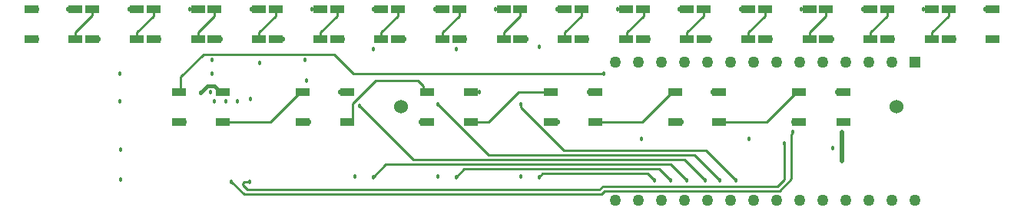
<source format=gbr>
%TF.GenerationSoftware,Altium Limited,Altium Designer,20.0.11 (256)*%
G04 Layer_Physical_Order=4*
G04 Layer_Color=16711680*
%FSLAX26Y26*%
%MOIN*%
%TF.FileFunction,Copper,L4,Bot,Signal*%
%TF.Part,Single*%
G01*
G75*
%TA.AperFunction,Conductor*%
%ADD21C,0.020000*%
%ADD22C,0.010000*%
%ADD23C,0.016000*%
%TA.AperFunction,ViaPad*%
%ADD26C,0.060000*%
%TA.AperFunction,ComponentPad*%
%ADD27R,0.050000X0.050000*%
%ADD28C,0.050000*%
%TA.AperFunction,ViaPad*%
%ADD29C,0.018000*%
%TA.AperFunction,SMDPad,CuDef*%
%ADD36R,0.059055X0.035433*%
%TA.AperFunction,ConnectorPad*%
%ADD37R,0.059055X0.035433*%
D21*
X7845000Y1220000D02*
Y1345000D01*
D22*
X4519882Y1750039D02*
Y1779882D01*
X4592301Y1852301D02*
Y1879961D01*
X4519882Y1779882D02*
X4592301Y1852301D01*
X5820000Y1570000D02*
X6005000D01*
X6040897Y1519961D02*
X6043598D01*
X6028181Y1532677D02*
X6040897Y1519961D01*
X6005000Y1570000D02*
X6028181Y1546819D01*
Y1532677D02*
Y1546819D01*
X5720000Y1402756D02*
Y1470000D01*
X5820000Y1570000D01*
X5750000Y1460000D02*
X5985000Y1225000D01*
X5641924Y1684591D02*
X5726515Y1600000D01*
X6810000D01*
X6485131Y1418364D02*
X6638495Y1265000D01*
X6485131Y1418364D02*
Y1418364D01*
X6450000Y1465000D02*
X6451218Y1463782D01*
Y1452277D02*
Y1463782D01*
Y1452277D02*
X6485131Y1418364D01*
X5698197Y1390039D02*
X5707283D01*
X5720000Y1402756D01*
X7313142Y1390039D02*
X7516811D01*
X7646732Y1519961D01*
X7658543D01*
X6774827Y1390039D02*
X6978496D01*
X7108417Y1519961D01*
X7120228D01*
X6581874Y1520000D02*
X6581913Y1519961D01*
X6440000Y1520000D02*
X6581874D01*
X6236512Y1390039D02*
X6310039D01*
X6440000Y1520000D01*
X5985000Y1225000D02*
X7161082D01*
X5159882Y1390039D02*
X5363551D01*
X5493472Y1519961D01*
X5505283D01*
X4966968D02*
X4975000Y1527992D01*
Y1585000D01*
X5074591Y1684591D01*
X5641924D01*
X6638495Y1265000D02*
X7256082D01*
X6090000Y1465000D02*
X6310000Y1245000D01*
X7205454D01*
X6377213Y1778212D02*
X6449632Y1850631D01*
X6377213Y1750039D02*
Y1778212D01*
X6449632Y1850631D02*
Y1879961D01*
X5275000Y1095000D02*
X6791716D01*
X6806716Y1110000D01*
X5275000Y1095000D02*
X5275000Y1095000D01*
X5265000Y1095000D02*
X5275000D01*
X5244142Y1115858D02*
X5265000Y1095000D01*
X5250000Y1130000D02*
X5275000D01*
X6806716Y1110000D02*
X7565000D01*
X5244142Y1115858D02*
Y1124142D01*
X5250000Y1130000D01*
X7565000Y1110000D02*
X7595000Y1140000D01*
X5195000Y1130000D02*
X5250000Y1075000D01*
X6800000D01*
X6815000Y1090000D01*
X7630000Y1342835D02*
Y1345000D01*
X7625000Y1337835D02*
X7630000Y1342835D01*
X6815000Y1090000D02*
X7573284D01*
X7625000Y1141716D01*
Y1337835D01*
X6530000Y1150000D02*
X6545000Y1165000D01*
X7001082D01*
X7030000Y1136082D01*
X7256082Y1265000D02*
X7385000Y1136082D01*
X7314372D02*
Y1136082D01*
X7205454Y1245000D02*
X7314372Y1136082D01*
X7250000Y1136082D02*
Y1136082D01*
X7161082Y1225000D02*
X7250000Y1136082D01*
X5865000Y1205000D02*
X7101082D01*
X7170000Y1136082D01*
X6205000Y1185000D02*
X7051082D01*
X7100000Y1136082D01*
X6910881Y1750039D02*
Y1778212D01*
X6983300Y1850631D01*
Y1879961D01*
X5580881Y1750039D02*
Y1778212D01*
X5653300Y1850631D01*
Y1879961D01*
X7595000Y1140000D02*
Y1295000D01*
X5810000Y1150000D02*
X5865000Y1205000D01*
X6170000Y1150000D02*
X6205000Y1185000D01*
X5122967Y1850631D02*
Y1879961D01*
X5050548Y1778212D02*
X5122967Y1850631D01*
X5050548Y1750039D02*
Y1778212D01*
X5388300Y1850631D02*
Y1879961D01*
X5315881Y1778212D02*
X5388300Y1850631D01*
X5315881Y1750039D02*
Y1778212D01*
X4785215Y1750039D02*
Y1778212D01*
X4857634Y1850631D01*
Y1879961D01*
X5846547Y1750039D02*
Y1778212D01*
X5918966Y1850631D01*
Y1879961D01*
X6111880Y1750039D02*
Y1778212D01*
X6184299Y1850631D01*
Y1879961D01*
X6642546Y1750039D02*
Y1778212D01*
X6714965Y1850631D01*
Y1879961D01*
X8234544Y1750039D02*
Y1778212D01*
X8306963Y1850631D01*
Y1879961D01*
X7969211Y1750039D02*
Y1778212D01*
X8041630Y1850631D01*
Y1879961D01*
X7703878Y1750039D02*
Y1778212D01*
X7776297Y1850631D01*
Y1879961D01*
X7438545Y1750039D02*
Y1778212D01*
X7510964Y1850631D01*
Y1879961D01*
X7245631Y1850631D02*
Y1879961D01*
X7173212Y1778212D02*
X7245631Y1850631D01*
X7173212Y1750039D02*
Y1778212D01*
D23*
X5148071Y1519961D02*
X5159882D01*
X5121031Y1547000D02*
X5148071Y1519961D01*
X5092000Y1547000D02*
X5121031D01*
X5060000Y1515000D02*
X5092000Y1547000D01*
D26*
X5930000Y1455000D02*
D03*
X8080000D02*
D03*
D27*
X8160000Y1650000D02*
D03*
D28*
X8060000D02*
D03*
X7960000D02*
D03*
X7860000D02*
D03*
X7760000D02*
D03*
X7660000D02*
D03*
X7560000D02*
D03*
X7460000D02*
D03*
X7360000D02*
D03*
X7260000D02*
D03*
X7160000D02*
D03*
X7060000D02*
D03*
X6960000D02*
D03*
X6860000D02*
D03*
X8160000Y1050000D02*
D03*
X8060000D02*
D03*
X7960000D02*
D03*
X7860000D02*
D03*
X7760000D02*
D03*
X7660000D02*
D03*
X7560000D02*
D03*
X7460000D02*
D03*
X7360000D02*
D03*
X7260000D02*
D03*
X7160000D02*
D03*
X7060000D02*
D03*
X6960000D02*
D03*
X6860000D02*
D03*
D29*
X5750000Y1460000D02*
D03*
X6810000Y1600000D02*
D03*
X5060000Y1515000D02*
D03*
X4995000Y1390000D02*
D03*
X5120000Y1480000D02*
D03*
X6270000Y1520000D02*
D03*
X6015000Y1390000D02*
D03*
X7820000Y1520000D02*
D03*
X7630000Y1390000D02*
D03*
X7150000Y1388403D02*
D03*
X7280000Y1518403D02*
D03*
X6615000Y1388403D02*
D03*
X6745000Y1518403D02*
D03*
X5535000Y1388403D02*
D03*
X5665000Y1518403D02*
D03*
X8335000Y1750000D02*
D03*
X5195000Y1130000D02*
D03*
X7630000Y1345000D02*
D03*
X4715000Y1140000D02*
D03*
Y1270000D02*
D03*
X4710000Y1600000D02*
D03*
Y1480000D02*
D03*
X5810000Y1706417D02*
D03*
Y1150000D02*
D03*
X6170000D02*
D03*
X6530000D02*
D03*
X6090000Y1465000D02*
D03*
X6450000D02*
D03*
X4355000Y1880000D02*
D03*
X7403666D02*
D03*
X7138333D02*
D03*
X6873000D02*
D03*
X6607666D02*
D03*
X6342333D02*
D03*
X6077000D02*
D03*
X5811667D02*
D03*
X5546333D02*
D03*
X5281000D02*
D03*
X5015667D02*
D03*
X4750333D02*
D03*
X4485000D02*
D03*
X8464999D02*
D03*
X7669000D02*
D03*
X7934333D02*
D03*
X8199666D02*
D03*
X5275000Y1130000D02*
D03*
X7595000Y1295000D02*
D03*
X7385000Y1136082D02*
D03*
X7314372D02*
D03*
X7250000D02*
D03*
X7170000D02*
D03*
X7030000D02*
D03*
X7100000D02*
D03*
X7845000Y1345000D02*
D03*
Y1220000D02*
D03*
X5151000Y1750000D02*
D03*
X4885667D02*
D03*
X4620333D02*
D03*
X4355000D02*
D03*
X5420000D02*
D03*
X5681667D02*
D03*
X5947000D02*
D03*
X6212333D02*
D03*
X6477666D02*
D03*
X6743000D02*
D03*
X7008333D02*
D03*
X7273666D02*
D03*
X7539000D02*
D03*
X7804333D02*
D03*
X8069666D02*
D03*
X5515000Y1660000D02*
D03*
X5318409Y1646772D02*
D03*
X5520000Y1570000D02*
D03*
X7805000Y1275000D02*
D03*
X6975000Y1315000D02*
D03*
X7440000D02*
D03*
X6530000Y1715000D02*
D03*
X6170630Y1706417D02*
D03*
X5730630Y1153583D02*
D03*
X6090630D02*
D03*
X6450630D02*
D03*
X5170000Y1480000D02*
D03*
X5220000D02*
D03*
X5279409Y1490591D02*
D03*
X5111926Y1660591D02*
D03*
Y1600591D02*
D03*
X5105000Y1520000D02*
D03*
D36*
X7851457Y1519961D02*
D03*
Y1390039D02*
D03*
X7658543D02*
D03*
Y1519961D02*
D03*
X7313142D02*
D03*
Y1390039D02*
D03*
X7120228D02*
D03*
Y1519961D02*
D03*
X6774827D02*
D03*
Y1390039D02*
D03*
X6581913D02*
D03*
Y1519961D02*
D03*
X6236512D02*
D03*
Y1390039D02*
D03*
X6043598D02*
D03*
Y1519961D02*
D03*
X5698197D02*
D03*
Y1390039D02*
D03*
X5505283D02*
D03*
Y1519961D02*
D03*
X5159882D02*
D03*
Y1390039D02*
D03*
X4966968D02*
D03*
Y1519961D02*
D03*
X8234544Y1879961D02*
D03*
Y1750039D02*
D03*
X8041630D02*
D03*
Y1879961D02*
D03*
X7969211D02*
D03*
Y1750039D02*
D03*
X7776297D02*
D03*
Y1879961D02*
D03*
X7703878D02*
D03*
Y1750039D02*
D03*
X7510964D02*
D03*
Y1879961D02*
D03*
X7438545D02*
D03*
Y1750039D02*
D03*
X7245631D02*
D03*
Y1879961D02*
D03*
X7173212D02*
D03*
Y1750039D02*
D03*
X6980298D02*
D03*
Y1879961D02*
D03*
X6907879D02*
D03*
Y1750039D02*
D03*
X6714965D02*
D03*
Y1879961D02*
D03*
X6642546D02*
D03*
Y1750039D02*
D03*
X6449632D02*
D03*
Y1879961D02*
D03*
X6377213D02*
D03*
Y1750039D02*
D03*
X6184299D02*
D03*
Y1879961D02*
D03*
X6111880D02*
D03*
Y1750039D02*
D03*
X5918966D02*
D03*
Y1879961D02*
D03*
X5846547D02*
D03*
Y1750039D02*
D03*
X5653633D02*
D03*
Y1879961D02*
D03*
X5315881D02*
D03*
Y1750039D02*
D03*
X5122967D02*
D03*
Y1879961D02*
D03*
X5581214D02*
D03*
Y1750039D02*
D03*
X5388300D02*
D03*
Y1879961D02*
D03*
X5050548D02*
D03*
Y1750039D02*
D03*
X4857634D02*
D03*
Y1879961D02*
D03*
X4785215D02*
D03*
Y1750039D02*
D03*
X4592301D02*
D03*
Y1879961D02*
D03*
X4519882D02*
D03*
Y1750039D02*
D03*
X4326968D02*
D03*
Y1879961D02*
D03*
D37*
X8499877D02*
D03*
Y1750039D02*
D03*
X8306963D02*
D03*
Y1879961D02*
D03*
%TF.MD5,d84c9be622c5d0bf539fdd6ee6f4cae8*%
M02*

</source>
